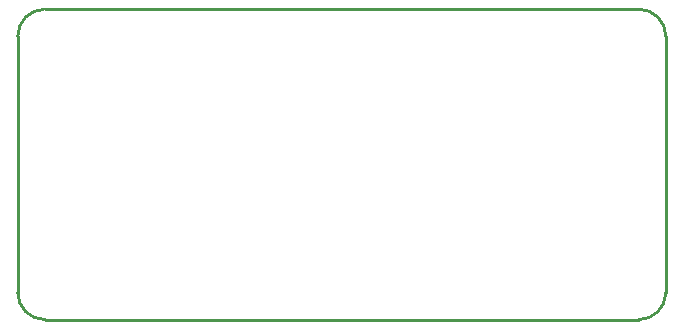
<source format=gko>
G04 Layer: BoardOutline*
G04 EasyEDA v6.4.19.5, 2021-04-22T10:42:41+01:00*
G04 c08531f617d74a989658789653698faa,70d0fae58ee04a8b949032da60bbe542,10*
G04 Gerber Generator version 0.2*
G04 Scale: 100 percent, Rotated: No, Reflected: No *
G04 Dimensions in inches *
G04 leading zeros omitted , absolute positions ,3 integer and 6 decimal *
%FSLAX36Y36*%
%MOIN*%

%ADD10C,0.0100*%
D10*
X-1150000Y-420000D02*
G01*
X-1150000Y435000D01*
X920000Y-510000D02*
G01*
X-1060000Y-510000D01*
X1010000Y435000D02*
G01*
X1010000Y-420000D01*
X-1060000Y525000D02*
G01*
X920000Y525000D01*
G75*
G01*
X920000Y525000D02*
G02*
X1010000Y435000I0J-90000D01*
G75*
G01*
X1010000Y-420000D02*
G02*
X920000Y-510000I-90000J0D01*
G75*
G01*
X-1060000Y-510000D02*
G02*
X-1150000Y-420000I0J90000D01*
G75*
G01*
X-1150000Y435000D02*
G02*
X-1060000Y525000I90000J0D01*

%LPD*%
M02*

</source>
